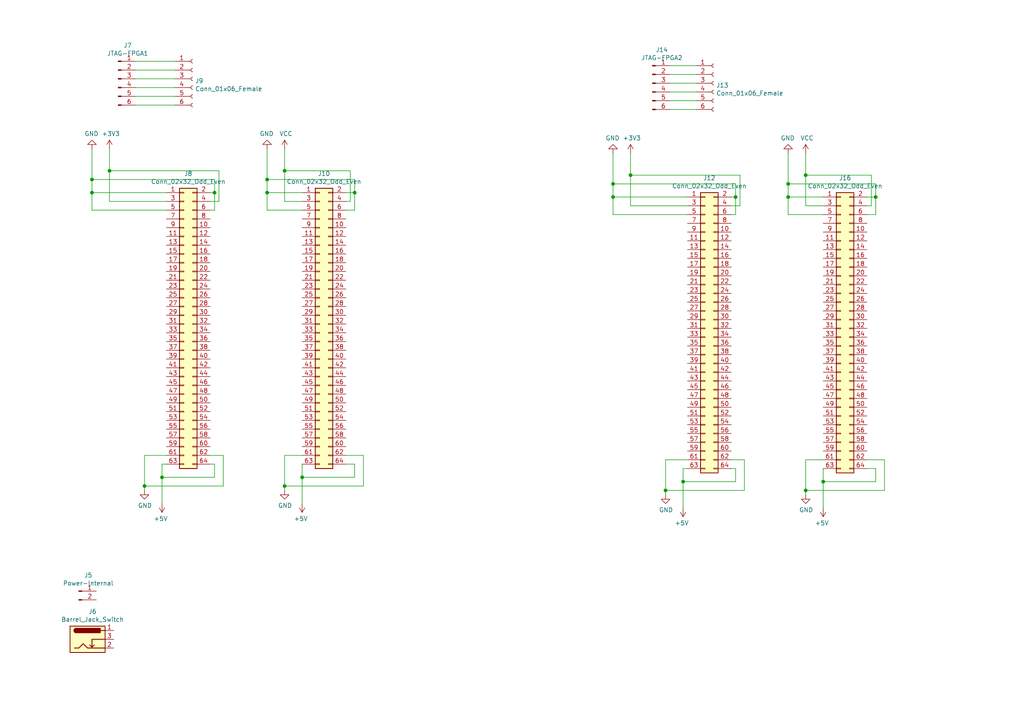
<source format=kicad_sch>
(kicad_sch (version 20211123) (generator eeschema)
  (paper "A4")
  (junction (at 82.55 140.97))
  (junction (at 193.04 142.24))
  (junction (at 233.68 142.24))
  (junction (at 26.67 52.07))
  (junction (at 82.55 49.53))
  (junction (at 46.99 138.43))
  (junction (at 31.75 49.53))
  (junction (at 41.91 140.97))
  (junction (at 238.76 139.7))
  (junction (at 254 57.15))
  (junction (at 177.8 57.15))
  (junction (at 228.6 57.15))
  (junction (at 198.12 139.7))
  (junction (at 213.36 57.15))
  (junction (at 182.88 50.8))
  (junction (at 233.68 50.8))
  (junction (at 228.6 53.34))
  (junction (at 77.47 52.07))
  (junction (at 77.47 55.88))
  (junction (at 87.63 138.43))
  (junction (at 177.8 53.34))
  (junction (at 26.67 55.88))
  (junction (at 102.87 55.88))
  (junction (at 62.23 55.88))
  (wire (pts (xy 50.8 20.32) (xy 39.37 20.32)))
  (wire (pts (xy 60.96 134.62) (xy 62.23 134.62)))
  (wire (pts (xy 102.87 60.96) (xy 102.87 55.88)))
  (wire (pts (xy 194.31 24.13) (xy 201.93 24.13)))
  (wire (pts (xy 101.6 49.53) (xy 82.55 49.53)))
  (wire (pts (xy 233.68 143.51) (xy 233.68 142.24)))
  (wire (pts (xy 100.33 58.42) (xy 101.6 58.42)))
  (wire (pts (xy 194.31 29.21) (xy 201.93 29.21)))
  (wire (pts (xy 101.6 58.42) (xy 101.6 49.53)))
  (wire (pts (xy 64.77 132.08) (xy 60.96 132.08)))
  (wire (pts (xy 238.76 139.7) (xy 238.76 147.32)))
  (wire (pts (xy 228.6 53.34) (xy 228.6 57.15)))
  (wire (pts (xy 199.39 59.69) (xy 182.88 59.69)))
  (wire (pts (xy 46.99 138.43) (xy 46.99 134.62)))
  (wire (pts (xy 31.75 49.53) (xy 31.75 43.18)))
  (wire (pts (xy 48.26 60.96) (xy 26.67 60.96)))
  (wire (pts (xy 105.41 132.08) (xy 105.41 140.97)))
  (wire (pts (xy 82.55 132.08) (xy 87.63 132.08)))
  (wire (pts (xy 199.39 62.23) (xy 177.8 62.23)))
  (wire (pts (xy 62.23 60.96) (xy 62.23 55.88)))
  (wire (pts (xy 201.93 21.59) (xy 194.31 21.59)))
  (wire (pts (xy 182.88 59.69) (xy 182.88 50.8)))
  (wire (pts (xy 252.73 59.69) (xy 252.73 50.8)))
  (wire (pts (xy 60.96 55.88) (xy 62.23 55.88)))
  (wire (pts (xy 233.68 44.45) (xy 233.68 50.8)))
  (wire (pts (xy 213.36 62.23) (xy 213.36 57.15)))
  (wire (pts (xy 213.36 57.15) (xy 213.36 53.34)))
  (wire (pts (xy 48.26 55.88) (xy 26.67 55.88)))
  (wire (pts (xy 77.47 52.07) (xy 77.47 55.88)))
  (wire (pts (xy 82.55 58.42) (xy 87.63 58.42)))
  (wire (pts (xy 214.63 50.8) (xy 214.63 59.69)))
  (wire (pts (xy 254 62.23) (xy 254 57.15)))
  (wire (pts (xy 213.36 135.89) (xy 213.36 139.7)))
  (wire (pts (xy 39.37 17.78) (xy 50.8 17.78)))
  (wire (pts (xy 63.5 49.53) (xy 31.75 49.53)))
  (wire (pts (xy 46.99 138.43) (xy 46.99 146.05)))
  (wire (pts (xy 41.91 132.08) (xy 48.26 132.08)))
  (wire (pts (xy 201.93 31.75) (xy 194.31 31.75)))
  (wire (pts (xy 102.87 138.43) (xy 87.63 138.43)))
  (wire (pts (xy 62.23 52.07) (xy 26.67 52.07)))
  (wire (pts (xy 256.54 142.24) (xy 233.68 142.24)))
  (wire (pts (xy 256.54 133.35) (xy 256.54 142.24)))
  (wire (pts (xy 77.47 60.96) (xy 77.47 55.88)))
  (wire (pts (xy 238.76 57.15) (xy 228.6 57.15)))
  (wire (pts (xy 182.88 50.8) (xy 182.88 44.45)))
  (wire (pts (xy 212.09 59.69) (xy 214.63 59.69)))
  (wire (pts (xy 254 135.89) (xy 251.46 135.89)))
  (wire (pts (xy 102.87 55.88) (xy 102.87 52.07)))
  (wire (pts (xy 254 139.7) (xy 238.76 139.7)))
  (wire (pts (xy 39.37 30.48) (xy 50.8 30.48)))
  (wire (pts (xy 213.36 53.34) (xy 177.8 53.34)))
  (wire (pts (xy 177.8 44.45) (xy 177.8 53.34)))
  (wire (pts (xy 193.04 133.35) (xy 199.39 133.35)))
  (wire (pts (xy 87.63 55.88) (xy 77.47 55.88)))
  (wire (pts (xy 198.12 139.7) (xy 198.12 147.32)))
  (wire (pts (xy 102.87 134.62) (xy 102.87 138.43)))
  (wire (pts (xy 252.73 50.8) (xy 233.68 50.8)))
  (wire (pts (xy 254 57.15) (xy 254 53.34)))
  (wire (pts (xy 60.96 58.42) (xy 63.5 58.42)))
  (wire (pts (xy 64.77 140.97) (xy 41.91 140.97)))
  (wire (pts (xy 193.04 143.51) (xy 193.04 142.24)))
  (wire (pts (xy 177.8 53.34) (xy 177.8 57.15)))
  (wire (pts (xy 215.9 133.35) (xy 212.09 133.35)))
  (wire (pts (xy 48.26 58.42) (xy 31.75 58.42)))
  (wire (pts (xy 201.93 26.67) (xy 194.31 26.67)))
  (wire (pts (xy 212.09 57.15) (xy 213.36 57.15)))
  (wire (pts (xy 233.68 133.35) (xy 238.76 133.35)))
  (wire (pts (xy 105.41 132.08) (xy 100.33 132.08)))
  (wire (pts (xy 62.23 138.43) (xy 46.99 138.43)))
  (wire (pts (xy 233.68 50.8) (xy 233.68 59.69)))
  (wire (pts (xy 41.91 142.24) (xy 41.91 140.97)))
  (wire (pts (xy 100.33 55.88) (xy 102.87 55.88)))
  (wire (pts (xy 60.96 60.96) (xy 62.23 60.96)))
  (wire (pts (xy 215.9 133.35) (xy 215.9 142.24)))
  (wire (pts (xy 50.8 25.4) (xy 39.37 25.4)))
  (wire (pts (xy 87.63 138.43) (xy 87.63 134.62)))
  (wire (pts (xy 198.12 139.7) (xy 198.12 135.89)))
  (wire (pts (xy 256.54 133.35) (xy 251.46 133.35)))
  (wire (pts (xy 177.8 62.23) (xy 177.8 57.15)))
  (wire (pts (xy 82.55 142.24) (xy 82.55 140.97)))
  (wire (pts (xy 82.55 140.97) (xy 82.55 132.08)))
  (wire (pts (xy 228.6 62.23) (xy 228.6 57.15)))
  (wire (pts (xy 87.63 60.96) (xy 77.47 60.96)))
  (wire (pts (xy 62.23 134.62) (xy 62.23 138.43)))
  (wire (pts (xy 39.37 27.94) (xy 50.8 27.94)))
  (wire (pts (xy 82.55 49.53) (xy 82.55 58.42)))
  (wire (pts (xy 214.63 50.8) (xy 182.88 50.8)))
  (wire (pts (xy 63.5 49.53) (xy 63.5 58.42)))
  (wire (pts (xy 64.77 132.08) (xy 64.77 140.97)))
  (wire (pts (xy 77.47 43.18) (xy 77.47 52.07)))
  (wire (pts (xy 251.46 57.15) (xy 254 57.15)))
  (wire (pts (xy 100.33 60.96) (xy 102.87 60.96)))
  (wire (pts (xy 238.76 62.23) (xy 228.6 62.23)))
  (wire (pts (xy 251.46 59.69) (xy 252.73 59.69)))
  (wire (pts (xy 233.68 142.24) (xy 233.68 133.35)))
  (wire (pts (xy 213.36 139.7) (xy 198.12 139.7)))
  (wire (pts (xy 228.6 53.34) (xy 254 53.34)))
  (wire (pts (xy 26.67 43.18) (xy 26.67 52.07)))
  (wire (pts (xy 39.37 22.86) (xy 50.8 22.86)))
  (wire (pts (xy 87.63 138.43) (xy 87.63 146.05)))
  (wire (pts (xy 102.87 134.62) (xy 100.33 134.62)))
  (wire (pts (xy 26.67 60.96) (xy 26.67 55.88)))
  (wire (pts (xy 228.6 44.45) (xy 228.6 53.34)))
  (wire (pts (xy 212.09 62.23) (xy 213.36 62.23)))
  (wire (pts (xy 26.67 52.07) (xy 26.67 55.88)))
  (wire (pts (xy 31.75 58.42) (xy 31.75 49.53)))
  (wire (pts (xy 41.91 140.97) (xy 41.91 132.08)))
  (wire (pts (xy 215.9 142.24) (xy 193.04 142.24)))
  (wire (pts (xy 82.55 43.18) (xy 82.55 49.53)))
  (wire (pts (xy 77.47 52.07) (xy 102.87 52.07)))
  (wire (pts (xy 199.39 57.15) (xy 177.8 57.15)))
  (wire (pts (xy 212.09 135.89) (xy 213.36 135.89)))
  (wire (pts (xy 62.23 55.88) (xy 62.23 52.07)))
  (wire (pts (xy 198.12 135.89) (xy 199.39 135.89)))
  (wire (pts (xy 105.41 140.97) (xy 82.55 140.97)))
  (wire (pts (xy 193.04 142.24) (xy 193.04 133.35)))
  (wire (pts (xy 251.46 62.23) (xy 254 62.23)))
  (wire (pts (xy 233.68 59.69) (xy 238.76 59.69)))
  (wire (pts (xy 254 135.89) (xy 254 139.7)))
  (wire (pts (xy 46.99 134.62) (xy 48.26 134.62)))
  (wire (pts (xy 238.76 139.7) (xy 238.76 135.89)))
  (wire (pts (xy 194.31 19.05) (xy 201.93 19.05)))
  (symbol (lib_id "Connector_Generic:Conn_02x32_Odd_Even") (at 53.34 93.98 0) (unit 1)
    (property "Reference" "J8" (at 54.61 50.3682 0))
    (property "Value" "Conn_02x32_Odd_Even" (at 54.61 52.6796 0))
    (property "Footprint" "Connector_PinSocket_2.54mm:PinSocket_2x32_P2.54mm_Vertical" (effects hide))
  )
  (symbol (lib_id "power:GND") (at 41.91 142.24 0) (unit 1)
    (property "Reference" "#PWR03" (effects hide))
    (property "Value" "GND" (at 42.037 146.6342 0))
  )
  (symbol (lib_id "Connector_Generic:Conn_02x32_Odd_Even") (at 92.71 93.98 0) (unit 1)
    (property "Reference" "J10" (at 93.98 50.3682 0))
    (property "Value" "Conn_02x32_Odd_Even" (at 93.98 52.6796 0))
    (property "Footprint" "Connector_PinSocket_2.54mm:PinSocket_2x32_P2.54mm_Vertical" (effects hide))
  )
  (symbol (lib_id "power:+3.3V") (at 31.75 43.18 0) (unit 1)
    (property "Reference" "#PWR02" (effects hide))
    (property "Value" "+3.3V" (at 32.131 38.7858 0))
  )
  (symbol (lib_id "power:+5V") (at 46.99 146.05 180) (unit 1)
    (property "Reference" "#PWR04" (effects hide))
    (property "Value" "+5V" (at 46.609 150.4442 0))
  )
  (symbol (lib_id "Interface_USB:FT4232H") (at 379.73 -34.29 0) (unit 1)
    (property "Reference" "U1" (at 378.5616 -91.2876 90) (effects (justify left)))
    (property "Value" "FT4232H" (at 380.873 -91.2876 90) (effects (justify left)))
    (property "Footprint" "Package_QFP:LQFP-64_10x10mm_P0.5mm" (effects hide))
    (property "Datasheet" "https://www.ftdichip.com/Support/Documents/DataSheets/ICs/DS_FT4232H.pdf" (effects hide))
  )
  (symbol (lib_id "Connector:USB_B_Micro") (at 320.04 -19.05 0) (unit 1)
    (property "Reference" "J21" (at 321.4878 -30.9118 0))
    (property "Value" "USB_B_Micro" (at 321.4878 -28.6004 0))
    (property "Footprint" "Connector_USB:USB_Micro-B_Amphenol_10118194_Horizontal" (effects hide))
  )
  (symbol (lib_id "power:GND") (at 82.55 142.24 0) (unit 1)
    (property "Reference" "#PWR07" (effects hide))
    (property "Value" "GND" (at 82.677 146.6342 0))
  )
  (symbol (lib_id "power:+5V") (at 87.63 146.05 180) (unit 1)
    (property "Reference" "#PWR08" (effects hide))
    (property "Value" "+5V" (at 87.249 150.4442 0))
  )
  (symbol (lib_id "power:GND") (at 26.67 43.18 180) (unit 1)
    (property "Reference" "#PWR01" (effects hide))
    (property "Value" "GND" (at 26.543 38.7858 0))
  )
  (symbol (lib_id "power:GND") (at 77.47 43.18 180) (unit 1)
    (property "Reference" "#PWR05" (effects hide))
    (property "Value" "GND" (at 77.343 38.7858 0))
  )
  (symbol (lib_id "power:VCC") (at 82.55 43.18 0) (unit 1)
    (property "Reference" "#PWR06" (effects hide))
    (property "Value" "VCC" (at 82.931 38.7858 0))
  )
  (symbol (lib_id "Connector:Conn_01x06_Female") (at 55.88 22.86 0) (unit 1)
    (property "Reference" "J9" (at 56.5912 23.4696 0) (effects (justify left)))
    (property "Value" "Conn_01x06_Female" (at 56.5912 25.781 0) (effects (justify left)))
    (property "Footprint" "Connector_PinSocket_2.54mm:PinSocket_1x06_P2.54mm_Vertical" (effects hide))
  )
  (symbol (lib_id "Connector_Generic:Conn_02x32_Odd_Even") (at 243.84 95.25 0) (unit 1)
    (property "Reference" "J16" (at 245.11 51.6382 0))
    (property "Value" "Conn_02x32_Odd_Even" (at 245.11 53.9496 0))
    (property "Footprint" "Connector_PinSocket_2.54mm:PinSocket_2x32_P2.54mm_Vertical" (effects hide))
  )
  (symbol (lib_id "power:GND") (at 193.04 143.51 0) (unit 1)
    (property "Reference" "#PWR011" (effects hide))
    (property "Value" "GND" (at 193.167 147.9042 0))
  )
  (symbol (lib_id "Connector_Generic:Conn_02x32_Odd_Even") (at 204.47 95.25 0) (unit 1)
    (property "Reference" "J12" (at 205.74 51.6382 0))
    (property "Value" "Conn_02x32_Odd_Even" (at 205.74 53.9496 0))
    (property "Footprint" "Connector_PinSocket_2.54mm:PinSocket_2x32_P2.54mm_Vertical" (effects hide))
  )
  (symbol (lib_id "power:+3.3V") (at 182.88 44.45 0) (unit 1)
    (property "Reference" "#PWR010" (effects hide))
    (property "Value" "+3.3V" (at 183.261 40.0558 0))
  )
  (symbol (lib_id "power:+5V") (at 198.12 147.32 180) (unit 1)
    (property "Reference" "#PWR012" (effects hide))
    (property "Value" "+5V" (at 197.739 151.7142 0))
  )
  (symbol (lib_id "power:GND") (at 233.68 143.51 0) (unit 1)
    (property "Reference" "#PWR015" (effects hide))
    (property "Value" "GND" (at 233.807 147.9042 0))
  )
  (symbol (lib_id "power:+5V") (at 238.76 147.32 180) (unit 1)
    (property "Reference" "#PWR016" (effects hide))
    (property "Value" "+5V" (at 238.379 151.7142 0))
  )
  (symbol (lib_id "power:GND") (at 177.8 44.45 180) (unit 1)
    (property "Reference" "#PWR09" (effects hide))
    (property "Value" "GND" (at 177.673 40.0558 0))
  )
  (symbol (lib_id "power:GND") (at 228.6 44.45 180) (unit 1)
    (property "Reference" "#PWR013" (effects hide))
    (property "Value" "GND" (at 228.473 40.0558 0))
  )
  (symbol (lib_id "power:VCC") (at 233.68 44.45 0) (unit 1)
    (property "Reference" "#PWR014" (effects hide))
    (property "Value" "VCC" (at 234.061 40.0558 0))
  )
  (symbol (lib_id "Connector:Conn_01x06_Female") (at 207.01 24.13 0) (unit 1)
    (property "Reference" "J13" (at 207.7212 24.7396 0) (effects (justify left)))
    (property "Value" "Conn_01x06_Female" (at 207.7212 27.051 0) (effects (justify left)))
    (property "Footprint" "Connector_PinSocket_2.54mm:PinSocket_1x06_P2.54mm_Vertical" (effects hide))
  )
  (symbol (lib_id "PMOD:PMOD-Host-x2-GPIO") (at 43.18 -135.89 0) (unit 1)
    (property "Reference" "PMOD1" (at 50.2412 -134.747 0) (effects (justify left)))
    (property "Value" "PMOD-Host-x2-GPIO" (effects hide))
    (property "Footprint" "PMOD:pmod_pin_array_6x2_hs" (effects hide))
  )
  (symbol (lib_id "PMOD:PMOD-Host-x2-GPIO") (at 43.18 -99.06 0) (unit 1)
    (property "Reference" "PMOD2" (at 50.2412 -97.917 0) (effects (justify left)))
    (property "Value" "PMOD-Host-x2-GPIO" (effects hide))
    (property "Footprint" "PMOD:pmod_pin_array_6x2_hs" (effects hide))
  )
  (symbol (lib_id "PMOD:PMOD-Host-x2-GPIO") (at 60.96 -137.16 0) (unit 1)
    (property "Reference" "PMOD3" (at 68.0212 -136.017 0) (effects (justify left)))
    (property "Value" "PMOD-Host-x2-GPIO" (effects hide))
    (property "Footprint" "PMOD:pmod_pin_array_6x2_hs" (effects hide))
  )
  (symbol (lib_id "PMOD:PMOD-Host-x2-GPIO") (at 60.96 -99.06 0) (unit 1)
    (property "Reference" "PMOD4" (at 68.0212 -97.917 0) (effects (justify left)))
    (property "Value" "PMOD-Host-x2-GPIO" (effects hide))
    (property "Footprint" "PMOD:pmod_pin_array_6x2_hs" (effects hide))
  )
  (symbol (lib_id "PMOD:PMOD-Host-x2-GPIO") (at 209.55 -138.43 0) (unit 1)
    (property "Reference" "PMOD5" (at 216.6112 -137.287 0) (effects (justify left)))
    (property "Value" "PMOD-Host-x2-GPIO" (effects hide))
    (property "Footprint" "PMOD:pmod_pin_array_6x2_hs" (effects hide))
  )
  (symbol (lib_id "PMOD:PMOD-Host-x2-GPIO") (at 227.33 -138.43 0) (unit 1)
    (property "Reference" "PMOD7" (at 234.3912 -137.287 0) (effects (justify left)))
    (property "Value" "PMOD-Host-x2-GPIO" (effects hide))
    (property "Footprint" "PMOD:pmod_pin_array_6x2_hs" (effects hide))
  )
  (symbol (lib_id "PMOD:PMOD-Host-x2-GPIO") (at 209.55 -101.6 0) (unit 1)
    (property "Reference" "PMOD6" (at 216.6112 -100.457 0) (effects (justify left)))
    (property "Value" "PMOD-Host-x2-GPIO" (effects hide))
    (property "Footprint" "PMOD:pmod_pin_array_6x2_hs" (effects hide))
  )
  (symbol (lib_id "PMOD:PMOD-Host-x2-GPIO") (at 227.33 -101.6 0) (unit 1)
    (property "Reference" "PMOD8" (at 234.3912 -100.457 0) (effects (justify left)))
    (property "Value" "PMOD-Host-x2-GPIO" (effects hide))
    (property "Footprint" "PMOD:pmod_pin_array_6x2_hs" (effects hide))
  )
  (symbol (lib_id "Connector:Barrel_Jack_Switch") (at 25.4 185.42 0) (unit 1)
    (property "Reference" "J6" (at 26.8478 177.3682 0))
    (property "Value" "Barrel_Jack_Switch" (at 26.8478 179.6796 0))
    (property "Footprint" "Connector_BarrelJack:BarrelJack_CUI_PJ-063AH_Horizontal" (effects hide))
  )
  (symbol (lib_id "Connector:Micro_SD_Card") (at 223.52 -176.53 0) (unit 1)
    (property "Reference" "J15" (at 222.25 -194.7418 0))
    (property "Value" "Micro_SD_Card" (at 222.25 -192.4304 0))
    (property "Footprint" "Connector_Card:microSD_HC_Wuerth_693072010801" (effects hide))
    (property "Datasheet" "http://katalog.we-online.de/em/datasheet/693072010801.pdf" (effects hide))
  )
  (symbol (lib_id "Connector:Micro_SD_Card") (at 114.3 -50.8 0) (unit 1)
    (property "Reference" "J11" (at 113.03 -69.0118 0))
    (property "Value" "Micro_SD_Card" (at 113.03 -66.7004 0))
    (property "Footprint" "Connector_Card:microSD_HC_Wuerth_693072010801" (effects hide))
    (property "Datasheet" "http://katalog.we-online.de/em/datasheet/693072010801.pdf" (effects hide))
  )
  (symbol (lib_id "Connector:Conn_01x06_Male") (at 34.29 22.86 0) (unit 1)
    (property "Reference" "J7" (at 37.0332 13.1826 0))
    (property "Value" "JTAG-FPGA1" (at 37.0332 15.494 0))
    (property "Footprint" "Connector_PinHeader_2.54mm:PinHeader_1x06_P2.54mm_Vertical" (effects hide))
  )
  (symbol (lib_id "Connector:Conn_01x06_Male") (at 189.23 24.13 0) (unit 1)
    (property "Reference" "J14" (at 191.9732 14.4526 0))
    (property "Value" "JTAG-FPGA2" (at 191.9732 16.764 0))
    (property "Footprint" "Connector_PinHeader_2.54mm:PinHeader_1x06_P2.54mm_Vertical" (effects hide))
  )
  (symbol (lib_id "Connector:HDMI_A") (at -12.7 -54.61 0) (unit 1)
    (property "Reference" "J2" (at -1.778 -55.7784 0) (effects (justify left)))
    (property "Value" "HDMI_A_1.4" (at -1.778 -53.467 0) (effects (justify left)))
    (property "Footprint" "CarlosEDP_Lib:HDMI_15mm" (effects hide))
    (property "Datasheet" "https://en.wikipedia.org/wiki/HDMI" (effects hide))
  )
  (symbol (lib_id "Connector:DB15_Female_HighDensity") (at 20.32 -49.53 0) (unit 1)
    (property "Reference" "J4" (at 20.32 -71.5518 0))
    (property "Value" "DB15_Female_HighDensity" (at 20.32 -69.2404 0))
    (property "Footprint" "Connector_Dsub:DSUB-15-HD_Female_Horizontal_P2.29x1.98mm_EdgePinOffset3.03mm_Housed_MountingHolesOffset4.94mm" (effects hide))
    (property "Datasheet" " ~" (effects hide))
  )
  (symbol (lib_id "Connector:Conn_01x07_Female") (at -17.78 -101.6 0) (unit 1)
    (property "Reference" "J1" (at -17.0688 -102.2604 0) (effects (justify left)))
    (property "Value" "OLED-FPGA1" (at -17.0688 -99.949 0) (effects (justify left)))
    (property "Footprint" "Connector_PinSocket_2.54mm:PinSocket_1x07_P2.54mm_Vertical" (effects hide))
  )
  (symbol (lib_id "Connector:Conn_01x07_Female") (at 264.16 -148.59 0) (unit 1)
    (property "Reference" "J17" (at 264.8712 -149.2504 0) (effects (justify left)))
    (property "Value" "OLED-FPGA2" (at 264.8712 -146.939 0) (effects (justify left)))
    (property "Footprint" "Connector_PinSocket_2.54mm:PinSocket_1x07_P2.54mm_Vertical" (effects hide))
  )
  (symbol (lib_id "Connector:AudioJack3_Ground") (at 13.97 -97.79 0) (unit 1)
    (property "Reference" "J3" (at 13.5128 -106.045 0))
    (property "Value" "AudioJack3_Ground" (at 13.5128 -103.7336 0))
    (property "Footprint" "Connector_Audio:Jack_3.5mm_CUI_SJ1-3533NG_Horizontal" (effects hide))
  )
  (symbol (lib_id "Switch:SW_Push") (at -20.32 -127 0) (unit 1)
    (property "Reference" "SW1" (at -20.32 -134.239 0))
    (property "Value" "SW_Push" (at -20.32 -131.9276 0))
    (property "Footprint" "Button_Switch_SMD:SW_SPST_PTS645" (effects hide))
  )
  (symbol (lib_id "Switch:SW_Push") (at -6.35 -127 0) (unit 1)
    (property "Reference" "SW3" (at -6.35 -134.239 0))
    (property "Value" "SW_Push" (at -6.35 -131.9276 0))
    (property "Footprint" "Button_Switch_SMD:SW_SPST_PTS645" (effects hide))
  )
  (symbol (lib_id "Switch:SW_Push") (at 6.35 -127 0) (unit 1)
    (property "Reference" "SW5" (at 6.35 -134.239 0))
    (property "Value" "SW_Push" (at 6.35 -131.9276 0))
    (property "Footprint" "Button_Switch_SMD:SW_SPST_PTS645" (effects hide))
  )
  (symbol (lib_id "Switch:SW_Push") (at -20.32 -115.57 0) (unit 1)
    (property "Reference" "SW2" (at -20.32 -122.809 0))
    (property "Value" "SW_Push" (at -20.32 -120.4976 0))
    (property "Footprint" "Button_Switch_SMD:SW_SPST_PTS645" (effects hide))
  )
  (symbol (lib_id "Switch:SW_Push") (at -6.35 -115.57 0) (unit 1)
    (property "Reference" "SW4" (at -6.35 -122.809 0))
    (property "Value" "SW_Push" (at -6.35 -120.4976 0))
    (property "Footprint" "Button_Switch_SMD:SW_SPST_PTS645" (effects hide))
  )
  (symbol (lib_id "Switch:SW_Push") (at 7.62 -115.57 0) (unit 1)
    (property "Reference" "SW6" (at 7.62 -122.809 0))
    (property "Value" "SW_Push" (at 7.62 -120.4976 0))
    (property "Footprint" "Button_Switch_SMD:SW_SPST_PTS645" (effects hide))
  )
  (symbol (lib_id "Switch:SW_Push") (at 262.89 -179.07 0) (unit 1)
    (property "Reference" "SW7" (at 262.89 -186.309 0))
    (property "Value" "SW_Push" (at 262.89 -183.9976 0))
    (property "Footprint" "Button_Switch_SMD:SW_SPST_PTS645" (effects hide))
  )
  (symbol (lib_id "Switch:SW_Push") (at 276.86 -179.07 0) (unit 1)
    (property "Reference" "SW9" (at 276.86 -186.309 0))
    (property "Value" "SW_Push" (at 276.86 -183.9976 0))
    (property "Footprint" "Button_Switch_SMD:SW_SPST_PTS645" (effects hide))
  )
  (symbol (lib_id "Switch:SW_Push") (at 289.56 -179.07 0) (unit 1)
    (property "Reference" "SW11" (at 289.56 -186.309 0))
    (property "Value" "SW_Push" (at 289.56 -183.9976 0))
    (property "Footprint" "Button_Switch_SMD:SW_SPST_PTS645" (effects hide))
  )
  (symbol (lib_id "Switch:SW_Push") (at 262.89 -167.64 0) (unit 1)
    (property "Reference" "SW8" (at 262.89 -174.879 0))
    (property "Value" "SW_Push" (at 262.89 -172.5676 0))
    (property "Footprint" "Button_Switch_SMD:SW_SPST_PTS645" (effects hide))
  )
  (symbol (lib_id "Switch:SW_Push") (at 276.86 -167.64 0) (unit 1)
    (property "Reference" "SW10" (at 276.86 -174.879 0))
    (property "Value" "SW_Push" (at 276.86 -172.5676 0))
    (property "Footprint" "Button_Switch_SMD:SW_SPST_PTS645" (effects hide))
  )
  (symbol (lib_id "Switch:SW_Push") (at 290.83 -167.64 0) (unit 1)
    (property "Reference" "SW12" (at 290.83 -174.879 0))
    (property "Value" "SW_Push" (at 290.83 -172.5676 0))
    (property "Footprint" "Button_Switch_SMD:SW_SPST_PTS645" (effects hide))
  )
  (symbol (lib_id "Connector:Conn_01x02_Male") (at 22.86 171.45 0) (unit 1)
    (property "Reference" "J5" (at 25.6032 166.8526 0))
    (property "Value" "Power-Internal" (at 25.6032 169.164 0))
    (property "Footprint" "Connector_JST:JST_EH_B2B-EH-A_1x02_P2.50mm_Vertical" (effects hide))
  )
  (symbol (lib_id "Device:LED") (at -33.02 -34.29 0) (unit 1)
    (property "Reference" "D8" (at -33.1978 -39.8018 0))
    (property "Value" "LED" (at -33.1978 -37.4904 0))
    (property "Footprint" "LED_SMD:LED_0805_2012Metric_Pad1.15x1.40mm_HandSolder" (effects hide))
  )
  (symbol (lib_id "Device:LED") (at -43.18 -34.29 0) (unit 1)
    (property "Reference" "D6" (at -43.3578 -39.8018 0))
    (property "Value" "LED" (at -43.3578 -37.4904 0))
    (property "Footprint" "LED_SMD:LED_0805_2012Metric_Pad1.15x1.40mm_HandSolder" (effects hide))
  )
  (symbol (lib_id "Device:LED") (at -53.34 -34.29 0) (unit 1)
    (property "Reference" "D4" (at -53.5178 -39.8018 0))
    (property "Value" "LED" (at -53.5178 -37.4904 0))
    (property "Footprint" "LED_SMD:LED_0805_2012Metric_Pad1.15x1.40mm_HandSolder" (effects hide))
  )
  (symbol (lib_id "Device:LED") (at -62.23 -34.29 0) (unit 1)
    (property "Reference" "D2" (at -62.4078 -39.8018 0))
    (property "Value" "LED" (at -62.4078 -37.4904 0))
    (property "Footprint" "LED_SMD:LED_0805_2012Metric_Pad1.15x1.40mm_HandSolder" (effects hide))
  )
  (symbol (lib_id "Device:LED") (at -33.02 -43.18 0) (unit 1)
    (property "Reference" "D7" (at -33.1978 -48.6918 0))
    (property "Value" "LED" (at -33.1978 -46.3804 0))
    (property "Footprint" "LED_SMD:LED_0805_2012Metric_Pad1.15x1.40mm_HandSolder" (effects hide))
  )
  (symbol (lib_id "Device:LED") (at -43.18 -43.18 0) (unit 1)
    (property "Reference" "D5" (at -43.3578 -48.6918 0))
    (property "Value" "LED" (at -43.3578 -46.3804 0))
    (property "Footprint" "LED_SMD:LED_0805_2012Metric_Pad1.15x1.40mm_HandSolder" (effects hide))
  )
  (symbol (lib_id "Device:LED") (at -53.34 -43.18 0) (unit 1)
    (property "Reference" "D3" (at -53.5178 -48.6918 0))
    (property "Value" "LED" (at -53.5178 -46.3804 0))
    (property "Footprint" "LED_SMD:LED_0805_2012Metric_Pad1.15x1.40mm_HandSolder" (effects hide))
  )
  (symbol (lib_id "Device:LED") (at -62.23 -43.18 0) (unit 1)
    (property "Reference" "D1" (at -62.4078 -48.6918 0))
    (property "Value" "LED" (at -62.4078 -46.3804 0))
    (property "Footprint" "LED_SMD:LED_0805_2012Metric_Pad1.15x1.40mm_HandSolder" (effects hide))
  )
  (symbol (lib_id "Device:LED") (at 300.99 -30.48 0) (unit 1)
    (property "Reference" "D16" (at 300.8122 -35.9918 0))
    (property "Value" "LED" (at 300.8122 -33.6804 0))
    (property "Footprint" "LED_SMD:LED_0805_2012Metric_Pad1.15x1.40mm_HandSolder" (effects hide))
  )
  (symbol (lib_id "Device:LED") (at 290.83 -30.48 0) (unit 1)
    (property "Reference" "D14" (at 290.6522 -35.9918 0))
    (property "Value" "LED" (at 290.6522 -33.6804 0))
    (property "Footprint" "LED_SMD:LED_0805_2012Metric_Pad1.15x1.40mm_HandSolder" (effects hide))
  )
  (symbol (lib_id "Device:LED") (at 280.67 -30.48 0) (unit 1)
    (property "Reference" "D12" (at 280.4922 -35.9918 0))
    (property "Value" "LED" (at 280.4922 -33.6804 0))
    (property "Footprint" "LED_SMD:LED_0805_2012Metric_Pad1.15x1.40mm_HandSolder" (effects hide))
  )
  (symbol (lib_id "Device:LED") (at 271.78 -30.48 0) (unit 1)
    (property "Reference" "D10" (at 271.6022 -35.9918 0))
    (property "Value" "LED" (at 271.6022 -33.6804 0))
    (property "Footprint" "LED_SMD:LED_0805_2012Metric_Pad1.15x1.40mm_HandSolder" (effects hide))
  )
  (symbol (lib_id "Device:LED") (at 300.99 -39.37 0) (unit 1)
    (property "Reference" "D15" (at 300.8122 -44.8818 0))
    (property "Value" "LED" (at 300.8122 -42.5704 0))
    (property "Footprint" "LED_SMD:LED_0805_2012Metric_Pad1.15x1.40mm_HandSolder" (effects hide))
  )
  (symbol (lib_id "Device:LED") (at 290.83 -39.37 0) (unit 1)
    (property "Reference" "D13" (at 290.6522 -44.8818 0))
    (property "Value" "LED" (at 290.6522 -42.5704 0))
    (property "Footprint" "LED_SMD:LED_0805_2012Metric_Pad1.15x1.40mm_HandSolder" (effects hide))
  )
  (symbol (lib_id "Device:LED") (at 280.67 -39.37 0) (unit 1)
    (property "Reference" "D11" (at 280.4922 -44.8818 0))
    (property "Value" "LED" (at 280.4922 -42.5704 0))
    (property "Footprint" "LED_SMD:LED_0805_2012Metric_Pad1.15x1.40mm_HandSolder" (effects hide))
  )
  (symbol (lib_id "Device:LED") (at 271.78 -39.37 0) (unit 1)
    (property "Reference" "D9" (at 271.6022 -44.8818 0))
    (property "Value" "LED" (at 271.6022 -42.5704 0))
    (property "Footprint" "LED_SMD:LED_0805_2012Metric_Pad1.15x1.40mm_HandSolder" (effects hide))
  )
  (symbol (lib_id "Device:LED_ABGR") (at -62.23 -64.77 0) (unit 1)
    (property "Reference" "D17" (at -62.23 -77.3938 0))
    (property "Value" "LED_ABGR" (at -62.23 -75.0824 0))
    (property "Footprint" "LED_SMD:LED_RGB_Cree-PLCC-6_6x5mm_P2.1mm" (effects hide))
  )
  (symbol (lib_id "Device:LED_ABGR") (at -50.8 -64.77 0) (unit 1)
    (property "Reference" "D18" (at -50.8 -77.3938 0))
    (property "Value" "LED_ABGR" (at -50.8 -75.0824 0))
    (property "Footprint" "LED_SMD:LED_RGB_Cree-PLCC-6_6x5mm_P2.1mm" (effects hide))
  )
  (symbol (lib_id "Device:LED_ABGR") (at 281.94 -59.69 0) (unit 1)
    (property "Reference" "D19" (at 281.94 -72.3138 0))
    (property "Value" "LED_ABGR" (at 281.94 -70.0024 0))
    (property "Footprint" "LED_SMD:LED_RGB_Cree-PLCC-6_6x5mm_P2.1mm" (effects hide))
  )
  (symbol (lib_id "Device:LED_ABGR") (at 293.37 -59.69 0) (unit 1)
    (property "Reference" "D20" (at 293.37 -72.3138 0))
    (property "Value" "LED_ABGR" (at 293.37 -70.0024 0))
    (property "Footprint" "LED_SMD:LED_RGB_Cree-PLCC-6_6x5mm_P2.1mm" (effects hide))
  )
  (symbol (lib_id "Connector:USB3_A") (at -60.96 -99.06 0) (unit 1)
    (property "Reference" "J18" (at -59.5122 -117.2718 0))
    (property "Value" "USB3_A" (at -59.5122 -114.9604 0))
    (property "Footprint" "Connector_USB:USB3_A_Molex_48393-001" (effects hide))
  )
  (symbol (lib_id "Connector:USB_C_Plug") (at -62.23 -157.48 0) (unit 1)
    (property "Reference" "P1" (at -59.5122 -189.6618 0))
    (property "Value" "USB_C_Plug" (at -59.5122 -187.3504 0))
    (property "Footprint" "Type-C:HRO-TYPE-C-31-M-12-HandSoldering" (effects hide))
    (property "Datasheet" "https://www.usb.org/sites/default/files/documents/usb_type-c.zip" (effects hide))
  )
  (symbol (lib_id "Switch:SW_DIP_x02") (at -20.32 -143.51 0) (unit 1)
    (property "Reference" "SW13" (at -20.32 -152.8318 0))
    (property "Value" "SW_DIP_x02" (at -20.32 -150.5204 0))
    (property "Footprint" "Button_Switch_SMD:SW_DIP_SPSTx02_Slide_6.7x6.64mm_W8.61mm_P2.54mm_LowProfile" (effects hide))
  )
  (symbol (lib_id "Switch:SW_DIP_x02") (at 287.02 -154.94 0) (unit 1)
    (property "Reference" "SW14" (at 287.02 -164.2618 0))
    (property "Value" "SW_DIP_x02" (at 287.02 -161.9504 0))
    (property "Footprint" "Button_Switch_SMD:SW_DIP_SPSTx02_Slide_6.7x6.64mm_W8.61mm_P2.54mm_LowProfile" (effects hide))
  )
  (symbol (lib_id "Interface_Ethernet:RTL8211EG-VB-CG") (at 165.1 -146.05 0) (unit 1)
    (property "Reference" "U3" (at 165.1 -85.3694 0))
    (property "Value" "RTL8211EG-VB-CG" (at 165.1 -83.058 0))
    (property "Footprint" "Package_QFP:LQFP-48-1EP_7x7mm_P0.5mm_EP3.6x3.6mm" (effects hide))
    (property "Datasheet" "https://datasheet.lcsc.com/szlcsc/Realtek-Semicon-RTL8211EG-VB-CG_C69264.pdf" (effects hide))
  )
  (symbol (lib_id "Interface_Ethernet:RTL8211EG-VB-CG") (at -171.45 52.07 0) (unit 1)
    (property "Reference" "U2" (at -171.45 112.7506 0))
    (property "Value" "RTL8211EG-VB-CG" (at -171.45 115.062 0))
    (property "Footprint" "Package_QFP:LQFP-48-1EP_7x7mm_P0.5mm_EP3.6x3.6mm" (effects hide))
    (property "Datasheet" "https://datasheet.lcsc.com/szlcsc/Realtek-Semicon-RTL8211EG-VB-CG_C69264.pdf" (effects hide))
  )
  (symbol (lib_id "Connector:RJ45_LED_Shielded") (at -111.76 22.86 180) (unit 1)
    (property "Reference" "J19" (at -111.76 37.465 0))
    (property "Value" "RJ45_LED_Shielded" (at -111.76 39.7764 0))
    (property "Footprint" "Connector_RJ:RJ45_Wuerth_7499111446_Horizontal" (effects hide))
  )
  (symbol (lib_id "Connector:RJ45_LED_Shielded") (at 267.97 -115.57 180) (unit 1)
    (property "Reference" "J20" (at 267.97 -100.965 0))
    (property "Value" "RJ45_LED_Shielded" (at 267.97 -98.6536 0))
    (property "Footprint" "Connector_RJ:RJ45_Wuerth_7499111446_Horizontal" (effects hide))
  )
)
</source>
